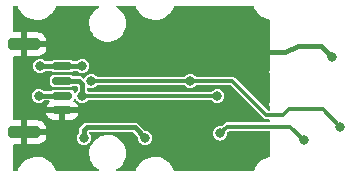
<source format=gbr>
G04 #@! TF.GenerationSoftware,KiCad,Pcbnew,6.0.2-378541a8eb~116~ubuntu20.04.1*
G04 #@! TF.CreationDate,2022-03-14T00:42:53+01:00*
G04 #@! TF.ProjectId,TFHT01B,54464854-3031-4422-9e6b-696361645f70,REV*
G04 #@! TF.SameCoordinates,PX78dfd90PY8290510*
G04 #@! TF.FileFunction,Copper,L1,Top*
G04 #@! TF.FilePolarity,Positive*
%FSLAX46Y46*%
G04 Gerber Fmt 4.6, Leading zero omitted, Abs format (unit mm)*
G04 Created by KiCad (PCBNEW 6.0.2-378541a8eb~116~ubuntu20.04.1) date 2022-03-14 00:42:53*
%MOMM*%
%LPD*%
G01*
G04 APERTURE LIST*
G04 Aperture macros list*
%AMRoundRect*
0 Rectangle with rounded corners*
0 $1 Rounding radius*
0 $2 $3 $4 $5 $6 $7 $8 $9 X,Y pos of 4 corners*
0 Add a 4 corners polygon primitive as box body*
4,1,4,$2,$3,$4,$5,$6,$7,$8,$9,$2,$3,0*
0 Add four circle primitives for the rounded corners*
1,1,$1+$1,$2,$3*
1,1,$1+$1,$4,$5*
1,1,$1+$1,$6,$7*
1,1,$1+$1,$8,$9*
0 Add four rect primitives between the rounded corners*
20,1,$1+$1,$2,$3,$4,$5,0*
20,1,$1+$1,$4,$5,$6,$7,0*
20,1,$1+$1,$6,$7,$8,$9,0*
20,1,$1+$1,$8,$9,$2,$3,0*%
G04 Aperture macros list end*
G04 #@! TA.AperFunction,SMDPad,CuDef*
%ADD10RoundRect,0.150000X-0.700000X0.150000X-0.700000X-0.150000X0.700000X-0.150000X0.700000X0.150000X0*%
G04 #@! TD*
G04 #@! TA.AperFunction,SMDPad,CuDef*
%ADD11RoundRect,0.250000X-1.100000X0.250000X-1.100000X-0.250000X1.100000X-0.250000X1.100000X0.250000X0*%
G04 #@! TD*
G04 #@! TA.AperFunction,ViaPad*
%ADD12C,0.800000*%
G04 #@! TD*
G04 #@! TA.AperFunction,Conductor*
%ADD13C,0.400000*%
G04 #@! TD*
G04 #@! TA.AperFunction,Conductor*
%ADD14C,0.300000*%
G04 #@! TD*
G04 APERTURE END LIST*
D10*
G04 #@! TO.P,J2,1*
G04 #@! TO.N,+5V*
X-122096000Y146281000D03*
G04 #@! TO.P,J2,2*
G04 #@! TO.N,/SCL*
X-122096000Y145031000D03*
G04 #@! TO.P,J2,3*
G04 #@! TO.N,/SDA*
X-122096000Y143781000D03*
G04 #@! TO.P,J2,4*
G04 #@! TO.N,GND*
X-122096000Y142531000D03*
D11*
G04 #@! TO.P,J2,MP*
X-125296000Y148131000D03*
X-125296000Y140681000D03*
G04 #@! TD*
D12*
G04 #@! TO.N,GND*
X-122555000Y141224000D03*
X-125603000Y149733000D03*
X-107315000Y150876000D03*
X-113792000Y141351000D03*
X-107442000Y146431000D03*
X-106426000Y149606000D03*
X-109728000Y149606000D03*
X-110490000Y140462000D03*
X-122809000Y148971000D03*
X-124587000Y149733000D03*
X-123571000Y149733000D03*
X-107823000Y149606000D03*
X-125603000Y142367000D03*
X-125603000Y139192000D03*
X-111379000Y138176000D03*
X-111633000Y149606000D03*
X-111633000Y150876000D03*
X-125095000Y146685000D03*
X-108712000Y150876000D03*
X-123317000Y139192000D03*
X-110109000Y150876000D03*
X-122555000Y140081000D03*
X-125730000Y145796000D03*
X-124460000Y139192000D03*
X-105156000Y149606000D03*
X-121666000Y147574000D03*
X-110109000Y146431000D03*
X-125730000Y144653000D03*
X-105029000Y146431000D03*
X-99250000Y147050000D03*
X-105283000Y139192000D03*
X-106172000Y146431000D03*
X-125730000Y143510000D03*
X-122682000Y147574000D03*
G04 #@! TO.N,Net-(D3-Pad1)*
X-120269000Y140208000D03*
X-115062000Y140208000D03*
G04 #@! TO.N,+5V*
X-123952000Y146304000D03*
X-120396000Y146304000D03*
G04 #@! TO.N,/SDA*
X-124079000Y143764000D03*
X-119634000Y145034000D03*
X-111252000Y145034000D03*
X-98550000Y141150000D03*
G04 #@! TO.N,/SCL*
X-120396000Y143764000D03*
X-108966000Y143764000D03*
G04 #@! TO.N,Net-(JP1-Pad2)*
X-101600000Y140000000D03*
X-108712000Y140589000D03*
G04 #@! TD*
D13*
G04 #@! TO.N,GND*
X-100200000Y148000000D02*
X-99250000Y147050000D01*
X-106172000Y146431000D02*
X-106172000Y147447000D01*
X-106172000Y147447000D02*
X-103253000Y147447000D01*
X-103253000Y147447000D02*
X-102100000Y148000000D01*
X-102100000Y148000000D02*
X-100200000Y148000000D01*
G04 #@! TO.N,Net-(D3-Pad1)*
X-120015000Y141097000D02*
X-120269000Y140843000D01*
X-115951000Y141097000D02*
X-120015000Y141097000D01*
X-120269000Y140843000D02*
X-120269000Y140208000D01*
X-115062000Y140208000D02*
X-115951000Y141097000D01*
G04 #@! TO.N,+5V*
X-122119000Y146304000D02*
X-122096000Y146281000D01*
X-120419000Y146281000D02*
X-120396000Y146304000D01*
X-122096000Y146281000D02*
X-120419000Y146281000D01*
X-123952000Y146304000D02*
X-122119000Y146304000D01*
D14*
G04 #@! TO.N,/SDA*
X-104250000Y142150000D02*
X-104812000Y142150000D01*
X-102875000Y142650000D02*
X-100050000Y142650000D01*
X-111252000Y145034000D02*
X-119634000Y145034000D01*
D13*
X-122096000Y143781000D02*
X-124062000Y143781000D01*
D14*
X-100050000Y142650000D02*
X-98550000Y141150000D01*
D13*
X-124062000Y143781000D02*
X-124079000Y143764000D01*
D14*
X-107696000Y145034000D02*
X-111252000Y145034000D01*
X-104812000Y142150000D02*
X-107696000Y145034000D01*
X-104250000Y142150000D02*
X-103375000Y142150000D01*
X-103375000Y142150000D02*
X-102875000Y142650000D01*
D13*
G04 #@! TO.N,/SCL*
X-120647000Y145031000D02*
X-120396000Y144780000D01*
D14*
X-108966000Y143764000D02*
X-120396000Y143764000D01*
D13*
X-120396000Y144780000D02*
X-120396000Y143764000D01*
X-122096000Y145031000D02*
X-120647000Y145031000D01*
D14*
G04 #@! TO.N,Net-(JP1-Pad2)*
X-108712000Y140589000D02*
X-108127800Y141173200D01*
X-102773200Y141173200D02*
X-101600000Y140000000D01*
X-108127800Y141173200D02*
X-102773200Y141173200D01*
G04 #@! TD*
G04 #@! TA.AperFunction,Conductor*
G04 #@! TO.N,GND*
G36*
X-125877634Y151388687D02*
G01*
X-125855127Y151355787D01*
X-125824914Y151266784D01*
X-125814759Y151236867D01*
X-125813464Y151234374D01*
X-125732810Y151079110D01*
X-125695495Y151007275D01*
X-125693842Y151005013D01*
X-125693840Y151005009D01*
X-125588404Y150860685D01*
X-125542875Y150798364D01*
X-125540896Y150796375D01*
X-125414058Y150668871D01*
X-125360411Y150614942D01*
X-125152302Y150461230D01*
X-125127572Y150448219D01*
X-124925830Y150342077D01*
X-124925823Y150342074D01*
X-124923337Y150340766D01*
X-124678785Y150256321D01*
X-124676024Y150255817D01*
X-124676021Y150255816D01*
X-124581705Y150238591D01*
X-124424274Y150209839D01*
X-124421912Y150209715D01*
X-124421910Y150209715D01*
X-124342442Y150205550D01*
X-124342428Y150205550D01*
X-124341481Y150205500D01*
X-124180218Y150205500D01*
X-124107941Y150210998D01*
X-123990818Y150219907D01*
X-123990812Y150219908D01*
X-123988024Y150220120D01*
X-123735985Y150278539D01*
X-123733378Y150279579D01*
X-123733372Y150279581D01*
X-123498290Y150373369D01*
X-123498284Y150373372D01*
X-123495682Y150374410D01*
X-123493263Y150375832D01*
X-123493259Y150375834D01*
X-123275071Y150504101D01*
X-123275067Y150504104D01*
X-123272646Y150505527D01*
X-123072009Y150668871D01*
X-122898387Y150860685D01*
X-122896837Y150863031D01*
X-122896834Y150863035D01*
X-122757333Y151074199D01*
X-122757332Y151074200D01*
X-122755778Y151076553D01*
X-122722100Y151149605D01*
X-122648636Y151308962D01*
X-122648635Y151308964D01*
X-122647462Y151311509D01*
X-122646686Y151314206D01*
X-122646682Y151314217D01*
X-122635680Y151352459D01*
X-122605892Y151393385D01*
X-122564565Y151406000D01*
X-119030163Y151406000D01*
X-118982597Y151388687D01*
X-118957287Y151344850D01*
X-118966077Y151295000D01*
X-118990730Y151269382D01*
X-119177808Y151151573D01*
X-119180040Y151149605D01*
X-119344052Y151005009D01*
X-119364965Y150986572D01*
X-119366854Y150984272D01*
X-119521447Y150796068D01*
X-119521450Y150796063D01*
X-119523334Y150793770D01*
X-119648840Y150578128D01*
X-119649902Y150575361D01*
X-119649905Y150575355D01*
X-119726494Y150375834D01*
X-119738255Y150345195D01*
X-119738862Y150342288D01*
X-119788671Y150103869D01*
X-119788672Y150103863D01*
X-119789278Y150100961D01*
X-119789412Y150098000D01*
X-119789413Y150097996D01*
X-119792429Y150031565D01*
X-119800596Y149851712D01*
X-119800255Y149848766D01*
X-119800255Y149848763D01*
X-119792362Y149780543D01*
X-119771919Y149603860D01*
X-119703983Y149363781D01*
X-119598538Y149137652D01*
X-119596872Y149135201D01*
X-119596870Y149135197D01*
X-119505393Y149000594D01*
X-119458294Y148931290D01*
X-119456253Y148929132D01*
X-119456250Y148929128D01*
X-119389059Y148858076D01*
X-119286862Y148750006D01*
X-119088651Y148598462D01*
X-119086038Y148597061D01*
X-119086032Y148597057D01*
X-118981314Y148540908D01*
X-118868761Y148480557D01*
X-118865944Y148479587D01*
X-118635661Y148400294D01*
X-118635654Y148400292D01*
X-118632848Y148399326D01*
X-118386983Y148356858D01*
X-118384666Y148356753D01*
X-118384659Y148356752D01*
X-118367580Y148355977D01*
X-118357078Y148355500D01*
X-118183309Y148355500D01*
X-118181835Y148355619D01*
X-118181825Y148355619D01*
X-118067545Y148364814D01*
X-117997298Y148370466D01*
X-117754994Y148429982D01*
X-117632529Y148481965D01*
X-117528067Y148526306D01*
X-117528064Y148526307D01*
X-117525323Y148527471D01*
X-117314192Y148660427D01*
X-117214626Y148748206D01*
X-117129267Y148823460D01*
X-117129266Y148823462D01*
X-117127035Y148825428D01*
X-117040079Y148931290D01*
X-116970553Y149015932D01*
X-116970550Y149015937D01*
X-116968666Y149018230D01*
X-116843160Y149233872D01*
X-116842098Y149236639D01*
X-116842095Y149236645D01*
X-116754809Y149464033D01*
X-116754809Y149464034D01*
X-116753745Y149466805D01*
X-116717573Y149639949D01*
X-116703329Y149708131D01*
X-116703328Y149708137D01*
X-116702722Y149711039D01*
X-116691404Y149960288D01*
X-116720081Y150208140D01*
X-116788017Y150448219D01*
X-116893462Y150674348D01*
X-116976183Y150796068D01*
X-117032033Y150878249D01*
X-117032036Y150878253D01*
X-117033706Y150880710D01*
X-117035747Y150882868D01*
X-117035750Y150882872D01*
X-117203100Y151059839D01*
X-117203101Y151059840D01*
X-117205138Y151061994D01*
X-117403349Y151213538D01*
X-117502652Y151266785D01*
X-117536391Y151304519D01*
X-117537981Y151355113D01*
X-117506678Y151394892D01*
X-117467683Y151406000D01*
X-115925200Y151406000D01*
X-115877634Y151388687D01*
X-115855127Y151355787D01*
X-115824914Y151266784D01*
X-115814759Y151236867D01*
X-115813464Y151234374D01*
X-115732810Y151079110D01*
X-115695495Y151007275D01*
X-115693842Y151005013D01*
X-115693840Y151005009D01*
X-115588404Y150860685D01*
X-115542875Y150798364D01*
X-115540896Y150796375D01*
X-115414058Y150668871D01*
X-115360411Y150614942D01*
X-115152302Y150461230D01*
X-115127572Y150448219D01*
X-114925830Y150342077D01*
X-114925823Y150342074D01*
X-114923337Y150340766D01*
X-114678785Y150256321D01*
X-114676024Y150255817D01*
X-114676021Y150255816D01*
X-114581705Y150238591D01*
X-114424274Y150209839D01*
X-114421912Y150209715D01*
X-114421910Y150209715D01*
X-114342442Y150205550D01*
X-114342428Y150205550D01*
X-114341481Y150205500D01*
X-114180218Y150205500D01*
X-114107941Y150210998D01*
X-113990818Y150219907D01*
X-113990812Y150219908D01*
X-113988024Y150220120D01*
X-113735985Y150278539D01*
X-113733378Y150279579D01*
X-113733372Y150279581D01*
X-113498290Y150373369D01*
X-113498284Y150373372D01*
X-113495682Y150374410D01*
X-113493263Y150375832D01*
X-113493259Y150375834D01*
X-113275071Y150504101D01*
X-113275067Y150504104D01*
X-113272646Y150505527D01*
X-113072009Y150668871D01*
X-112898387Y150860685D01*
X-112896837Y150863031D01*
X-112896834Y150863035D01*
X-112757333Y151074199D01*
X-112757332Y151074200D01*
X-112755778Y151076553D01*
X-112722100Y151149605D01*
X-112648636Y151308962D01*
X-112648635Y151308964D01*
X-112647462Y151311509D01*
X-112646686Y151314206D01*
X-112646682Y151314217D01*
X-112635680Y151352459D01*
X-112605892Y151393385D01*
X-112564565Y151406000D01*
X-105925200Y151406000D01*
X-105877634Y151388687D01*
X-105855127Y151355787D01*
X-105824914Y151266784D01*
X-105814759Y151236867D01*
X-105813464Y151234374D01*
X-105732810Y151079110D01*
X-105695495Y151007275D01*
X-105693842Y151005013D01*
X-105693840Y151005009D01*
X-105588404Y150860685D01*
X-105542875Y150798364D01*
X-105540896Y150796375D01*
X-105414058Y150668871D01*
X-105360411Y150614942D01*
X-105152302Y150461230D01*
X-105127572Y150448219D01*
X-104925830Y150342077D01*
X-104925823Y150342074D01*
X-104923337Y150340766D01*
X-104678785Y150256321D01*
X-104676024Y150255817D01*
X-104676021Y150255816D01*
X-104581705Y150238591D01*
X-104538023Y150213014D01*
X-104521000Y150165795D01*
X-104521000Y145995463D01*
X-104525288Y145970640D01*
X-104530281Y145956618D01*
X-104551545Y145778291D01*
X-104532773Y145599684D01*
X-104531442Y145595775D01*
X-104531441Y145595769D01*
X-104524948Y145576697D01*
X-104521000Y145552850D01*
X-104521000Y143262130D01*
X-104525288Y143237307D01*
X-104530281Y143223285D01*
X-104551545Y143044958D01*
X-104532773Y142866351D01*
X-104531442Y142862442D01*
X-104531441Y142862436D01*
X-104524948Y142843364D01*
X-104521000Y142819517D01*
X-104521000Y142574500D01*
X-104538313Y142526934D01*
X-104582150Y142501624D01*
X-104595000Y142500500D01*
X-104636166Y142500500D01*
X-104683732Y142517813D01*
X-104688492Y142522174D01*
X-107416134Y145249816D01*
X-107425975Y145262002D01*
X-107429855Y145268011D01*
X-107429857Y145268013D01*
X-107433175Y145273152D01*
X-107459486Y145293894D01*
X-107465999Y145299681D01*
X-107468746Y145302428D01*
X-107471224Y145304199D01*
X-107471229Y145304203D01*
X-107484080Y145313386D01*
X-107486843Y145315460D01*
X-107524811Y145345392D01*
X-107530580Y145347418D01*
X-107531617Y145347988D01*
X-107532320Y145348430D01*
X-107532860Y145348711D01*
X-107533617Y145349028D01*
X-107534693Y145349555D01*
X-107539669Y145353111D01*
X-107585977Y145366960D01*
X-107589293Y145368037D01*
X-107604955Y145373537D01*
X-107634906Y145384055D01*
X-107640044Y145384500D01*
X-107641381Y145384500D01*
X-107645912Y145384884D01*
X-107651464Y145386544D01*
X-107657574Y145386304D01*
X-107657575Y145386304D01*
X-107702037Y145384557D01*
X-107704942Y145384500D01*
X-110727542Y145384500D01*
X-110775108Y145401813D01*
X-110786250Y145413452D01*
X-110788700Y145416646D01*
X-110823718Y145462282D01*
X-110897650Y145519012D01*
X-110945311Y145555584D01*
X-110945315Y145555586D01*
X-110949159Y145558536D01*
X-111095238Y145619044D01*
X-111100040Y145619676D01*
X-111100043Y145619677D01*
X-111247192Y145639049D01*
X-111252000Y145639682D01*
X-111256808Y145639049D01*
X-111403957Y145619677D01*
X-111403960Y145619676D01*
X-111408762Y145619044D01*
X-111554841Y145558536D01*
X-111558685Y145555586D01*
X-111558689Y145555584D01*
X-111606350Y145519012D01*
X-111680282Y145462282D01*
X-111715299Y145416646D01*
X-111717750Y145413452D01*
X-111760441Y145386254D01*
X-111776458Y145384500D01*
X-119109542Y145384500D01*
X-119157108Y145401813D01*
X-119168250Y145413452D01*
X-119170700Y145416646D01*
X-119205718Y145462282D01*
X-119279650Y145519012D01*
X-119327311Y145555584D01*
X-119327315Y145555586D01*
X-119331159Y145558536D01*
X-119477238Y145619044D01*
X-119482040Y145619676D01*
X-119482043Y145619677D01*
X-119629192Y145639049D01*
X-119634000Y145639682D01*
X-119638808Y145639049D01*
X-119785957Y145619677D01*
X-119785960Y145619676D01*
X-119790762Y145619044D01*
X-119936841Y145558536D01*
X-119940685Y145555586D01*
X-119940689Y145555584D01*
X-119988350Y145519012D01*
X-120062282Y145462282D01*
X-120065237Y145458431D01*
X-120155584Y145340689D01*
X-120155586Y145340685D01*
X-120158536Y145336841D01*
X-120160390Y145332366D01*
X-120160393Y145332360D01*
X-120182908Y145278002D01*
X-120217105Y145240681D01*
X-120267291Y145234074D01*
X-120303601Y145253994D01*
X-120386091Y145336484D01*
X-120386095Y145336487D01*
X-120408658Y145359050D01*
X-120413847Y145361694D01*
X-120431902Y145370894D01*
X-120441802Y145376961D01*
X-120458196Y145388872D01*
X-120458201Y145388874D01*
X-120462910Y145392296D01*
X-120468448Y145394095D01*
X-120468449Y145394096D01*
X-120487722Y145400358D01*
X-120498450Y145404802D01*
X-120516503Y145414000D01*
X-120521696Y145416646D01*
X-120539912Y145419531D01*
X-120547463Y145420727D01*
X-120558754Y145423438D01*
X-120578026Y145429700D01*
X-120578029Y145429700D01*
X-120583567Y145431500D01*
X-121120175Y145431500D01*
X-121167741Y145448813D01*
X-121172455Y145453128D01*
X-121185321Y145465972D01*
X-121185322Y145465973D01*
X-121189650Y145470293D01*
X-121195147Y145472980D01*
X-121289318Y145519012D01*
X-121289319Y145519012D01*
X-121294482Y145521536D01*
X-121362782Y145531500D01*
X-122829218Y145531500D01*
X-122831901Y145531105D01*
X-122892423Y145522196D01*
X-122892426Y145522195D01*
X-122898112Y145521358D01*
X-122903272Y145518825D01*
X-122903274Y145518824D01*
X-122949117Y145496316D01*
X-123002855Y145469932D01*
X-123007176Y145465603D01*
X-123007178Y145465602D01*
X-123072308Y145400358D01*
X-123085293Y145387350D01*
X-123087980Y145381853D01*
X-123121447Y145313386D01*
X-123136536Y145282518D01*
X-123146500Y145214218D01*
X-123146500Y144847782D01*
X-123146105Y144845099D01*
X-123137196Y144784577D01*
X-123137195Y144784574D01*
X-123136358Y144778888D01*
X-123084932Y144674145D01*
X-123080603Y144669824D01*
X-123080602Y144669822D01*
X-123006679Y144596028D01*
X-123002350Y144591707D01*
X-122996853Y144589020D01*
X-122903066Y144543176D01*
X-122897518Y144540464D01*
X-122829218Y144530500D01*
X-121362782Y144530500D01*
X-121356637Y144531405D01*
X-121299577Y144539804D01*
X-121299574Y144539805D01*
X-121293888Y144540642D01*
X-121288728Y144543175D01*
X-121288726Y144543176D01*
X-121242883Y144565684D01*
X-121189145Y144592068D01*
X-121184821Y144596400D01*
X-121184819Y144596401D01*
X-121172461Y144608780D01*
X-121126604Y144630213D01*
X-121120090Y144630500D01*
X-120870500Y144630500D01*
X-120822934Y144613187D01*
X-120797624Y144569350D01*
X-120796500Y144556500D01*
X-120796500Y144249821D01*
X-120813813Y144202255D01*
X-120818172Y144197497D01*
X-120820434Y144195234D01*
X-120824282Y144192282D01*
X-120827236Y144188432D01*
X-120917584Y144070689D01*
X-120917586Y144070685D01*
X-120920536Y144066841D01*
X-120922391Y144062362D01*
X-120922392Y144062360D01*
X-120927292Y144050531D01*
X-120961489Y144013211D01*
X-121011675Y144006603D01*
X-121054367Y144033800D01*
X-121062085Y144046235D01*
X-121074091Y144070689D01*
X-121107068Y144137855D01*
X-121111397Y144142176D01*
X-121111398Y144142178D01*
X-121185321Y144215972D01*
X-121185323Y144215973D01*
X-121189650Y144220293D01*
X-121195147Y144222980D01*
X-121289318Y144269012D01*
X-121289319Y144269012D01*
X-121294482Y144271536D01*
X-121362782Y144281500D01*
X-122829218Y144281500D01*
X-122831901Y144281105D01*
X-122892423Y144272196D01*
X-122892426Y144272195D01*
X-122898112Y144271358D01*
X-122903272Y144268825D01*
X-122903274Y144268824D01*
X-122941978Y144249821D01*
X-123002855Y144219932D01*
X-123007179Y144215600D01*
X-123007181Y144215599D01*
X-123019539Y144203220D01*
X-123065396Y144181787D01*
X-123071910Y144181500D01*
X-123611548Y144181500D01*
X-123656596Y144196792D01*
X-123657514Y144197497D01*
X-123776159Y144288536D01*
X-123922238Y144349044D01*
X-123927040Y144349676D01*
X-123927043Y144349677D01*
X-124074192Y144369049D01*
X-124079000Y144369682D01*
X-124083808Y144369049D01*
X-124230957Y144349677D01*
X-124230960Y144349676D01*
X-124235762Y144349044D01*
X-124381841Y144288536D01*
X-124385685Y144285586D01*
X-124385689Y144285584D01*
X-124471248Y144219932D01*
X-124507282Y144192282D01*
X-124510236Y144188432D01*
X-124510237Y144188431D01*
X-124600584Y144070689D01*
X-124600586Y144070685D01*
X-124603536Y144066841D01*
X-124664044Y143920762D01*
X-124664676Y143915960D01*
X-124664677Y143915957D01*
X-124676667Y143824880D01*
X-124684682Y143764000D01*
X-124684049Y143759192D01*
X-124671464Y143663602D01*
X-124664044Y143607238D01*
X-124603536Y143461159D01*
X-124600586Y143457315D01*
X-124600584Y143457311D01*
X-124528360Y143363187D01*
X-124507282Y143335718D01*
X-124503431Y143332763D01*
X-124385689Y143242416D01*
X-124385685Y143242414D01*
X-124381841Y143239464D01*
X-124235762Y143178956D01*
X-124230960Y143178324D01*
X-124230957Y143178323D01*
X-124083808Y143158951D01*
X-124079000Y143158318D01*
X-124074192Y143158951D01*
X-123927043Y143178323D01*
X-123927040Y143178324D01*
X-123922238Y143178956D01*
X-123776159Y143239464D01*
X-123772315Y143242414D01*
X-123772311Y143242416D01*
X-123654569Y143332763D01*
X-123650718Y143335718D01*
X-123638570Y143351549D01*
X-123595879Y143378746D01*
X-123579863Y143380500D01*
X-123176335Y143380500D01*
X-123128769Y143363187D01*
X-123103459Y143319350D01*
X-123112249Y143269500D01*
X-123138666Y143242805D01*
X-123198489Y143207426D01*
X-123205791Y143201762D01*
X-123316762Y143090791D01*
X-123322426Y143083489D01*
X-123402313Y142948407D01*
X-123405980Y142939932D01*
X-123447353Y142797529D01*
X-123446648Y142786917D01*
X-123445474Y142785693D01*
X-123442498Y142785000D01*
X-120754055Y142785000D01*
X-120744059Y142788638D01*
X-120743212Y142790106D01*
X-120743377Y142793159D01*
X-120786020Y142939932D01*
X-120789687Y142948407D01*
X-120869574Y143083489D01*
X-120875238Y143090791D01*
X-120986209Y143201762D01*
X-120993511Y143207426D01*
X-121118995Y143281636D01*
X-121151124Y143320751D01*
X-121150595Y143371367D01*
X-121133698Y143397610D01*
X-121111031Y143420317D01*
X-121111027Y143420322D01*
X-121106707Y143424650D01*
X-121069803Y143500148D01*
X-121033362Y143535277D01*
X-120982863Y143538765D01*
X-120941937Y143508976D01*
X-120934955Y143495969D01*
X-120920536Y143461159D01*
X-120917586Y143457315D01*
X-120917584Y143457311D01*
X-120845360Y143363187D01*
X-120824282Y143335718D01*
X-120820431Y143332763D01*
X-120702689Y143242416D01*
X-120702685Y143242414D01*
X-120698841Y143239464D01*
X-120552762Y143178956D01*
X-120547960Y143178324D01*
X-120547957Y143178323D01*
X-120400808Y143158951D01*
X-120396000Y143158318D01*
X-120391192Y143158951D01*
X-120244043Y143178323D01*
X-120244040Y143178324D01*
X-120239238Y143178956D01*
X-120093159Y143239464D01*
X-120089315Y143242414D01*
X-120089311Y143242416D01*
X-119971569Y143332763D01*
X-119967718Y143335718D01*
X-119930249Y143384549D01*
X-119887559Y143411746D01*
X-119871542Y143413500D01*
X-109490458Y143413500D01*
X-109442892Y143396187D01*
X-109431752Y143384550D01*
X-109394282Y143335718D01*
X-109390431Y143332763D01*
X-109272689Y143242416D01*
X-109272685Y143242414D01*
X-109268841Y143239464D01*
X-109122762Y143178956D01*
X-109117960Y143178324D01*
X-109117957Y143178323D01*
X-108970808Y143158951D01*
X-108966000Y143158318D01*
X-108961192Y143158951D01*
X-108814043Y143178323D01*
X-108814040Y143178324D01*
X-108809238Y143178956D01*
X-108663159Y143239464D01*
X-108659315Y143242414D01*
X-108659311Y143242416D01*
X-108541569Y143332763D01*
X-108537718Y143335718D01*
X-108516640Y143363187D01*
X-108444416Y143457311D01*
X-108444414Y143457315D01*
X-108441464Y143461159D01*
X-108380956Y143607238D01*
X-108373535Y143663602D01*
X-108360951Y143759192D01*
X-108360318Y143764000D01*
X-108368333Y143824880D01*
X-108380323Y143915957D01*
X-108380324Y143915960D01*
X-108380956Y143920762D01*
X-108441464Y144066841D01*
X-108444414Y144070685D01*
X-108444416Y144070689D01*
X-108534763Y144188431D01*
X-108534764Y144188432D01*
X-108537718Y144192282D01*
X-108573752Y144219932D01*
X-108659311Y144285584D01*
X-108659315Y144285586D01*
X-108663159Y144288536D01*
X-108809238Y144349044D01*
X-108814040Y144349676D01*
X-108814043Y144349677D01*
X-108961192Y144369049D01*
X-108966000Y144369682D01*
X-108970808Y144369049D01*
X-109117957Y144349677D01*
X-109117960Y144349676D01*
X-109122762Y144349044D01*
X-109268841Y144288536D01*
X-109272685Y144285586D01*
X-109272689Y144285584D01*
X-109358248Y144219932D01*
X-109394282Y144192282D01*
X-109397236Y144188432D01*
X-109397237Y144188431D01*
X-109431750Y144143452D01*
X-109474441Y144116254D01*
X-109490458Y144114500D01*
X-119871542Y144114500D01*
X-119919108Y144131813D01*
X-119930250Y144143452D01*
X-119964764Y144188432D01*
X-119967718Y144192282D01*
X-119971566Y144195234D01*
X-119973828Y144197497D01*
X-119995219Y144243374D01*
X-119995500Y144249821D01*
X-119995500Y144423012D01*
X-119978187Y144470578D01*
X-119934350Y144495888D01*
X-119893182Y144491379D01*
X-119795243Y144450812D01*
X-119790762Y144448956D01*
X-119785960Y144448324D01*
X-119785957Y144448323D01*
X-119638808Y144428951D01*
X-119634000Y144428318D01*
X-119629192Y144428951D01*
X-119482043Y144448323D01*
X-119482040Y144448324D01*
X-119477238Y144448956D01*
X-119331159Y144509464D01*
X-119327315Y144512414D01*
X-119327311Y144512416D01*
X-119209569Y144602763D01*
X-119205718Y144605718D01*
X-119168249Y144654549D01*
X-119125559Y144681746D01*
X-119109542Y144683500D01*
X-111776458Y144683500D01*
X-111728892Y144666187D01*
X-111717752Y144654550D01*
X-111680282Y144605718D01*
X-111676431Y144602763D01*
X-111558689Y144512416D01*
X-111558685Y144512414D01*
X-111554841Y144509464D01*
X-111408762Y144448956D01*
X-111403960Y144448324D01*
X-111403957Y144448323D01*
X-111256808Y144428951D01*
X-111252000Y144428318D01*
X-111247192Y144428951D01*
X-111100043Y144448323D01*
X-111100040Y144448324D01*
X-111095238Y144448956D01*
X-110949159Y144509464D01*
X-110945315Y144512414D01*
X-110945311Y144512416D01*
X-110827569Y144602763D01*
X-110823718Y144605718D01*
X-110786249Y144654549D01*
X-110743559Y144681746D01*
X-110727542Y144683500D01*
X-107871834Y144683500D01*
X-107824268Y144666187D01*
X-107819508Y144661826D01*
X-105091868Y141934187D01*
X-105082027Y141922001D01*
X-105078145Y141915989D01*
X-105074825Y141910848D01*
X-105070023Y141907062D01*
X-105070019Y141907058D01*
X-105048505Y141890098D01*
X-105041992Y141884311D01*
X-105039253Y141881572D01*
X-105036773Y141879800D01*
X-105036771Y141879798D01*
X-105023932Y141870623D01*
X-105021170Y141868550D01*
X-104983189Y141838608D01*
X-104977419Y141836582D01*
X-104976383Y141836012D01*
X-104975680Y141835570D01*
X-104975140Y141835289D01*
X-104974383Y141834972D01*
X-104973307Y141834445D01*
X-104968331Y141830889D01*
X-104962469Y141829136D01*
X-104922023Y141817040D01*
X-104918707Y141815963D01*
X-104911374Y141813388D01*
X-104873094Y141799945D01*
X-104867956Y141799500D01*
X-104866619Y141799500D01*
X-104862088Y141799116D01*
X-104856536Y141797456D01*
X-104850426Y141797696D01*
X-104850425Y141797696D01*
X-104805963Y141799443D01*
X-104803058Y141799500D01*
X-104595000Y141799500D01*
X-104547434Y141782187D01*
X-104522124Y141738350D01*
X-104521000Y141725500D01*
X-104521000Y141597700D01*
X-104538313Y141550134D01*
X-104582150Y141524824D01*
X-104595000Y141523700D01*
X-108082508Y141523700D01*
X-108098082Y141525358D01*
X-108111060Y141528152D01*
X-108117135Y141527433D01*
X-108117136Y141527433D01*
X-108144341Y141524213D01*
X-108153039Y141523700D01*
X-108156915Y141523700D01*
X-108174494Y141520774D01*
X-108175485Y141520609D01*
X-108178934Y141520118D01*
X-108226938Y141514437D01*
X-108232452Y141511789D01*
X-108233594Y141511457D01*
X-108234392Y141511275D01*
X-108234990Y141511086D01*
X-108235752Y141510774D01*
X-108236867Y141510392D01*
X-108242903Y141509388D01*
X-108248285Y141506484D01*
X-108285444Y141486434D01*
X-108288539Y141484857D01*
X-108332126Y141463927D01*
X-108336074Y141460608D01*
X-108337019Y141459663D01*
X-108340493Y141456730D01*
X-108345594Y141453978D01*
X-108349748Y141449484D01*
X-108379940Y141416823D01*
X-108381954Y141414728D01*
X-108588993Y141207689D01*
X-108634869Y141186297D01*
X-108650975Y141186648D01*
X-108712000Y141194682D01*
X-108716808Y141194049D01*
X-108863957Y141174677D01*
X-108863960Y141174676D01*
X-108868762Y141174044D01*
X-109014841Y141113536D01*
X-109018685Y141110586D01*
X-109018689Y141110584D01*
X-109121357Y141031804D01*
X-109140282Y141017282D01*
X-109143237Y141013431D01*
X-109233584Y140895689D01*
X-109233586Y140895685D01*
X-109236536Y140891841D01*
X-109297044Y140745762D01*
X-109297676Y140740960D01*
X-109297677Y140740957D01*
X-109311068Y140639237D01*
X-109317682Y140589000D01*
X-109317049Y140584192D01*
X-109298174Y140440825D01*
X-109297044Y140432238D01*
X-109236536Y140286159D01*
X-109233586Y140282315D01*
X-109233584Y140282311D01*
X-109143237Y140164569D01*
X-109140282Y140160718D01*
X-109136431Y140157763D01*
X-109018689Y140067416D01*
X-109018685Y140067414D01*
X-109014841Y140064464D01*
X-108868762Y140003956D01*
X-108863960Y140003324D01*
X-108863957Y140003323D01*
X-108716808Y139983951D01*
X-108712000Y139983318D01*
X-108707192Y139983951D01*
X-108560043Y140003323D01*
X-108560040Y140003324D01*
X-108555238Y140003956D01*
X-108409159Y140064464D01*
X-108405315Y140067414D01*
X-108405311Y140067416D01*
X-108287569Y140157763D01*
X-108283718Y140160718D01*
X-108280763Y140164569D01*
X-108190416Y140282311D01*
X-108190414Y140282315D01*
X-108187464Y140286159D01*
X-108126956Y140432238D01*
X-108125825Y140440825D01*
X-108106951Y140584192D01*
X-108106318Y140589000D01*
X-108114352Y140650023D01*
X-108103396Y140699441D01*
X-108093311Y140712007D01*
X-108004292Y140801026D01*
X-107958416Y140822418D01*
X-107951966Y140822700D01*
X-104595000Y140822700D01*
X-104547434Y140805387D01*
X-104522124Y140761550D01*
X-104521000Y140748700D01*
X-104521000Y138646744D01*
X-104538313Y138599178D01*
X-104578291Y138574655D01*
X-104660159Y138555679D01*
X-104756015Y138533461D01*
X-104758622Y138532421D01*
X-104758628Y138532419D01*
X-104993710Y138438631D01*
X-104993716Y138438628D01*
X-104996318Y138437590D01*
X-104998737Y138436168D01*
X-104998741Y138436166D01*
X-105216929Y138307899D01*
X-105216933Y138307896D01*
X-105219354Y138306473D01*
X-105419991Y138143129D01*
X-105593613Y137951315D01*
X-105595163Y137948969D01*
X-105595166Y137948965D01*
X-105676778Y137825428D01*
X-105736222Y137735447D01*
X-105737400Y137732892D01*
X-105737401Y137732890D01*
X-105810128Y137575133D01*
X-105844538Y137500491D01*
X-105845314Y137497794D01*
X-105845318Y137497783D01*
X-105856320Y137459541D01*
X-105886108Y137418615D01*
X-105927435Y137406000D01*
X-112566800Y137406000D01*
X-112614366Y137423313D01*
X-112636873Y137456213D01*
X-112676338Y137572473D01*
X-112676338Y137572474D01*
X-112677241Y137575133D01*
X-112690296Y137600265D01*
X-112795212Y137802236D01*
X-112795212Y137802237D01*
X-112796505Y137804725D01*
X-112810191Y137823460D01*
X-112947468Y138011368D01*
X-112947469Y138011369D01*
X-112949125Y138013636D01*
X-113075167Y138140340D01*
X-113129607Y138195066D01*
X-113129610Y138195068D01*
X-113131589Y138197058D01*
X-113339698Y138350770D01*
X-113386213Y138375242D01*
X-113566170Y138469923D01*
X-113566177Y138469926D01*
X-113568663Y138471234D01*
X-113813215Y138555679D01*
X-113815976Y138556183D01*
X-113815979Y138556184D01*
X-113920226Y138575223D01*
X-114067726Y138602161D01*
X-114070088Y138602285D01*
X-114070090Y138602285D01*
X-114149558Y138606450D01*
X-114149572Y138606450D01*
X-114150519Y138606500D01*
X-114311782Y138606500D01*
X-114383247Y138601064D01*
X-114501182Y138592093D01*
X-114501188Y138592092D01*
X-114503976Y138591880D01*
X-114756015Y138533461D01*
X-114758622Y138532421D01*
X-114758628Y138532419D01*
X-114993710Y138438631D01*
X-114993716Y138438628D01*
X-114996318Y138437590D01*
X-114998737Y138436168D01*
X-114998741Y138436166D01*
X-115216929Y138307899D01*
X-115216933Y138307896D01*
X-115219354Y138306473D01*
X-115419991Y138143129D01*
X-115593613Y137951315D01*
X-115595163Y137948969D01*
X-115595166Y137948965D01*
X-115676778Y137825428D01*
X-115736222Y137735447D01*
X-115737400Y137732892D01*
X-115737401Y137732890D01*
X-115810128Y137575133D01*
X-115844538Y137500491D01*
X-115845314Y137497794D01*
X-115845318Y137497783D01*
X-115856320Y137459541D01*
X-115886108Y137418615D01*
X-115927435Y137406000D01*
X-117461837Y137406000D01*
X-117509403Y137423313D01*
X-117534713Y137467150D01*
X-117525923Y137517000D01*
X-117501270Y137542618D01*
X-117414820Y137597058D01*
X-117314192Y137660427D01*
X-117214626Y137748206D01*
X-117129267Y137823460D01*
X-117129266Y137823462D01*
X-117127035Y137825428D01*
X-117040079Y137931290D01*
X-116970553Y138015932D01*
X-116970550Y138015937D01*
X-116968666Y138018230D01*
X-116843160Y138233872D01*
X-116842098Y138236639D01*
X-116842095Y138236645D01*
X-116754809Y138464033D01*
X-116754809Y138464034D01*
X-116753745Y138466805D01*
X-116727748Y138591247D01*
X-116703329Y138708131D01*
X-116703328Y138708137D01*
X-116702722Y138711039D01*
X-116702010Y138726703D01*
X-116691539Y138957321D01*
X-116691404Y138960288D01*
X-116697159Y139010033D01*
X-116719740Y139205192D01*
X-116720081Y139208140D01*
X-116788017Y139448219D01*
X-116893462Y139674348D01*
X-116895130Y139676803D01*
X-117032033Y139878249D01*
X-117032036Y139878253D01*
X-117033706Y139880710D01*
X-117035747Y139882868D01*
X-117035750Y139882872D01*
X-117203100Y140059839D01*
X-117203101Y140059840D01*
X-117205138Y140061994D01*
X-117403349Y140213538D01*
X-117405962Y140214939D01*
X-117405968Y140214943D01*
X-117547139Y140290638D01*
X-117623239Y140331443D01*
X-117626056Y140332413D01*
X-117856339Y140411706D01*
X-117856346Y140411708D01*
X-117859152Y140412674D01*
X-118105017Y140455142D01*
X-118107334Y140455247D01*
X-118107341Y140455248D01*
X-118124420Y140456023D01*
X-118134922Y140456500D01*
X-118308691Y140456500D01*
X-118310165Y140456381D01*
X-118310175Y140456381D01*
X-118424455Y140447186D01*
X-118494702Y140441534D01*
X-118737006Y140382018D01*
X-118851841Y140333274D01*
X-118963933Y140285694D01*
X-118963936Y140285693D01*
X-118966677Y140284529D01*
X-118969197Y140282942D01*
X-118969199Y140282941D01*
X-118992401Y140268330D01*
X-119177808Y140151573D01*
X-119180040Y140149605D01*
X-119279415Y140061994D01*
X-119364965Y139986572D01*
X-119366854Y139984272D01*
X-119521447Y139796068D01*
X-119521450Y139796063D01*
X-119523334Y139793770D01*
X-119648840Y139578128D01*
X-119649902Y139575361D01*
X-119649905Y139575355D01*
X-119722224Y139386957D01*
X-119738255Y139345195D01*
X-119738862Y139342288D01*
X-119788671Y139103869D01*
X-119788672Y139103863D01*
X-119789278Y139100961D01*
X-119800596Y138851712D01*
X-119771919Y138603860D01*
X-119703983Y138363781D01*
X-119598538Y138137652D01*
X-119596872Y138135201D01*
X-119596870Y138135197D01*
X-119471903Y137951315D01*
X-119458294Y137931290D01*
X-119456253Y137929132D01*
X-119456250Y137929128D01*
X-119360360Y137827728D01*
X-119286862Y137750006D01*
X-119088651Y137598462D01*
X-119040182Y137572473D01*
X-118989348Y137545216D01*
X-118955609Y137507481D01*
X-118954019Y137456887D01*
X-118985322Y137417108D01*
X-119024317Y137406000D01*
X-122566800Y137406000D01*
X-122614366Y137423313D01*
X-122636873Y137456213D01*
X-122676338Y137572473D01*
X-122676338Y137572474D01*
X-122677241Y137575133D01*
X-122690296Y137600265D01*
X-122795212Y137802236D01*
X-122795212Y137802237D01*
X-122796505Y137804725D01*
X-122810191Y137823460D01*
X-122947468Y138011368D01*
X-122947469Y138011369D01*
X-122949125Y138013636D01*
X-123075167Y138140340D01*
X-123129607Y138195066D01*
X-123129610Y138195068D01*
X-123131589Y138197058D01*
X-123339698Y138350770D01*
X-123386213Y138375242D01*
X-123566170Y138469923D01*
X-123566177Y138469926D01*
X-123568663Y138471234D01*
X-123813215Y138555679D01*
X-123815976Y138556183D01*
X-123815979Y138556184D01*
X-123920226Y138575223D01*
X-124067726Y138602161D01*
X-124070088Y138602285D01*
X-124070090Y138602285D01*
X-124149558Y138606450D01*
X-124149572Y138606450D01*
X-124150519Y138606500D01*
X-124311782Y138606500D01*
X-124383247Y138601064D01*
X-124501182Y138592093D01*
X-124501188Y138592092D01*
X-124503976Y138591880D01*
X-124756015Y138533461D01*
X-124758622Y138532421D01*
X-124758628Y138532419D01*
X-124993710Y138438631D01*
X-124993716Y138438628D01*
X-124996318Y138437590D01*
X-124998737Y138436168D01*
X-124998741Y138436166D01*
X-125216929Y138307899D01*
X-125216933Y138307896D01*
X-125219354Y138306473D01*
X-125419991Y138143129D01*
X-125593613Y137951315D01*
X-125595163Y137948969D01*
X-125595166Y137948965D01*
X-125676778Y137825428D01*
X-125736222Y137735447D01*
X-125737400Y137732892D01*
X-125737401Y137732890D01*
X-125810128Y137575133D01*
X-125844538Y137500491D01*
X-125845314Y137497794D01*
X-125845318Y137497783D01*
X-125856320Y137459541D01*
X-125886108Y137418615D01*
X-125927435Y137406000D01*
X-126172000Y137406000D01*
X-126219566Y137423313D01*
X-126244876Y137467150D01*
X-126246000Y137480000D01*
X-126246000Y139599000D01*
X-126228687Y139646566D01*
X-126184850Y139671876D01*
X-126172000Y139673000D01*
X-125563048Y139673000D01*
X-125553052Y139676638D01*
X-125550000Y139681925D01*
X-125550000Y139686049D01*
X-125042000Y139686049D01*
X-125038362Y139676053D01*
X-125033075Y139673001D01*
X-124147546Y139673001D01*
X-124143741Y139673198D01*
X-124043966Y139683550D01*
X-124036092Y139685251D01*
X-123876350Y139738544D01*
X-123868611Y139742169D01*
X-123725623Y139830653D01*
X-123718924Y139835964D01*
X-123600132Y139954962D01*
X-123594832Y139961672D01*
X-123506597Y140104816D01*
X-123502989Y140112555D01*
X-123471331Y140208000D01*
X-120874682Y140208000D01*
X-120874049Y140203192D01*
X-120855176Y140059839D01*
X-120854044Y140051238D01*
X-120793536Y139905159D01*
X-120790586Y139901315D01*
X-120790584Y139901311D01*
X-120706092Y139791199D01*
X-120697282Y139779718D01*
X-120693431Y139776763D01*
X-120575689Y139686416D01*
X-120575685Y139686414D01*
X-120571841Y139683464D01*
X-120425762Y139622956D01*
X-120420960Y139622324D01*
X-120420957Y139622323D01*
X-120273808Y139602951D01*
X-120269000Y139602318D01*
X-120264192Y139602951D01*
X-120117043Y139622323D01*
X-120117040Y139622324D01*
X-120112238Y139622956D01*
X-119966159Y139683464D01*
X-119962315Y139686414D01*
X-119962311Y139686416D01*
X-119844569Y139776763D01*
X-119840718Y139779718D01*
X-119831908Y139791199D01*
X-119747416Y139901311D01*
X-119747414Y139901315D01*
X-119744464Y139905159D01*
X-119683956Y140051238D01*
X-119682823Y140059839D01*
X-119663951Y140203192D01*
X-119663318Y140208000D01*
X-119668639Y140248421D01*
X-119683323Y140359957D01*
X-119683324Y140359960D01*
X-119683956Y140364762D01*
X-119744464Y140510841D01*
X-119747414Y140514685D01*
X-119747416Y140514689D01*
X-119795576Y140577452D01*
X-119810798Y140625728D01*
X-119791426Y140672494D01*
X-119746527Y140695867D01*
X-119736868Y140696500D01*
X-116147545Y140696500D01*
X-116099979Y140679187D01*
X-116095219Y140674826D01*
X-115688723Y140268330D01*
X-115667331Y140222454D01*
X-115667049Y140216004D01*
X-115667049Y140212808D01*
X-115667682Y140208000D01*
X-115667049Y140203192D01*
X-115648176Y140059839D01*
X-115647044Y140051238D01*
X-115586536Y139905159D01*
X-115583586Y139901315D01*
X-115583584Y139901311D01*
X-115499092Y139791199D01*
X-115490282Y139779718D01*
X-115486431Y139776763D01*
X-115368689Y139686416D01*
X-115368685Y139686414D01*
X-115364841Y139683464D01*
X-115218762Y139622956D01*
X-115213960Y139622324D01*
X-115213957Y139622323D01*
X-115066808Y139602951D01*
X-115062000Y139602318D01*
X-115057192Y139602951D01*
X-114910043Y139622323D01*
X-114910040Y139622324D01*
X-114905238Y139622956D01*
X-114759159Y139683464D01*
X-114755315Y139686414D01*
X-114755311Y139686416D01*
X-114637569Y139776763D01*
X-114633718Y139779718D01*
X-114624908Y139791199D01*
X-114540416Y139901311D01*
X-114540414Y139901315D01*
X-114537464Y139905159D01*
X-114476956Y140051238D01*
X-114475823Y140059839D01*
X-114456951Y140203192D01*
X-114456318Y140208000D01*
X-114461639Y140248421D01*
X-114476323Y140359957D01*
X-114476324Y140359960D01*
X-114476956Y140364762D01*
X-114537464Y140510841D01*
X-114540414Y140514685D01*
X-114540416Y140514689D01*
X-114630763Y140632431D01*
X-114630764Y140632432D01*
X-114633718Y140636282D01*
X-114661500Y140657600D01*
X-114755311Y140729584D01*
X-114755315Y140729586D01*
X-114759159Y140732536D01*
X-114905238Y140793044D01*
X-114910040Y140793676D01*
X-114910043Y140793677D01*
X-115057192Y140813049D01*
X-115062000Y140813682D01*
X-115066808Y140813049D01*
X-115070004Y140813049D01*
X-115117570Y140830362D01*
X-115122330Y140834723D01*
X-115690090Y141402483D01*
X-115690099Y141402491D01*
X-115712658Y141425050D01*
X-115717847Y141427694D01*
X-115735902Y141436894D01*
X-115745802Y141442961D01*
X-115762196Y141454872D01*
X-115762201Y141454874D01*
X-115766910Y141458296D01*
X-115772448Y141460095D01*
X-115772449Y141460096D01*
X-115791722Y141466358D01*
X-115802450Y141470802D01*
X-115820503Y141480000D01*
X-115825696Y141482646D01*
X-115844417Y141485611D01*
X-115851463Y141486727D01*
X-115862754Y141489438D01*
X-115882026Y141495700D01*
X-115882029Y141495700D01*
X-115887567Y141497500D01*
X-120046519Y141497500D01*
X-120046523Y141497499D01*
X-120078433Y141497499D01*
X-120083972Y141495699D01*
X-120083974Y141495699D01*
X-120093606Y141492569D01*
X-120103243Y141489438D01*
X-120114527Y141486729D01*
X-120140304Y141482646D01*
X-120145497Y141480000D01*
X-120163552Y141470801D01*
X-120174280Y141466357D01*
X-120199090Y141458296D01*
X-120216019Y141445996D01*
X-120220197Y141442961D01*
X-120230094Y141436895D01*
X-120253342Y141425050D01*
X-120275909Y141402483D01*
X-120574484Y141103909D01*
X-120574487Y141103905D01*
X-120597050Y141081342D01*
X-120599694Y141076154D01*
X-120599694Y141076153D01*
X-120608894Y141058098D01*
X-120614961Y141048198D01*
X-120626872Y141031804D01*
X-120626874Y141031799D01*
X-120630296Y141027090D01*
X-120632095Y141021552D01*
X-120632096Y141021551D01*
X-120638358Y141002278D01*
X-120642802Y140991550D01*
X-120647026Y140983259D01*
X-120654646Y140968304D01*
X-120655557Y140962551D01*
X-120658727Y140942537D01*
X-120661438Y140931246D01*
X-120667700Y140911974D01*
X-120669500Y140906433D01*
X-120669500Y140693821D01*
X-120686813Y140646255D01*
X-120691172Y140641497D01*
X-120693434Y140639234D01*
X-120697282Y140636282D01*
X-120700236Y140632432D01*
X-120790584Y140514689D01*
X-120790586Y140514685D01*
X-120793536Y140510841D01*
X-120854044Y140364762D01*
X-120854676Y140359960D01*
X-120854677Y140359957D01*
X-120869361Y140248421D01*
X-120874682Y140208000D01*
X-123471331Y140208000D01*
X-123449969Y140272402D01*
X-123448284Y140280263D01*
X-123438193Y140378758D01*
X-123438000Y140382529D01*
X-123438000Y140413952D01*
X-123441638Y140423948D01*
X-123446925Y140427000D01*
X-125028952Y140427000D01*
X-125038948Y140423362D01*
X-125042000Y140418075D01*
X-125042000Y139686049D01*
X-125550000Y139686049D01*
X-125550000Y140948048D01*
X-125042000Y140948048D01*
X-125038362Y140938052D01*
X-125033075Y140935000D01*
X-123451049Y140935000D01*
X-123441053Y140938638D01*
X-123438001Y140943925D01*
X-123438001Y140979454D01*
X-123438198Y140983259D01*
X-123448550Y141083034D01*
X-123450251Y141090908D01*
X-123503544Y141250650D01*
X-123507169Y141258389D01*
X-123595653Y141401377D01*
X-123600964Y141408076D01*
X-123719962Y141526868D01*
X-123726672Y141532168D01*
X-123869816Y141620403D01*
X-123877555Y141624011D01*
X-124037402Y141677031D01*
X-124045263Y141678716D01*
X-124143758Y141688807D01*
X-124147529Y141689000D01*
X-125028952Y141689000D01*
X-125038948Y141685362D01*
X-125042000Y141680075D01*
X-125042000Y140948048D01*
X-125550000Y140948048D01*
X-125550000Y141675951D01*
X-125553638Y141685947D01*
X-125558925Y141688999D01*
X-126172000Y141688999D01*
X-126219566Y141706312D01*
X-126244876Y141750149D01*
X-126246000Y141762999D01*
X-126246000Y142271894D01*
X-123448788Y142271894D01*
X-123448623Y142268841D01*
X-123405980Y142122068D01*
X-123402313Y142113593D01*
X-123322426Y141978511D01*
X-123316762Y141971209D01*
X-123205791Y141860238D01*
X-123198489Y141854574D01*
X-123063407Y141774687D01*
X-123054932Y141771020D01*
X-122903379Y141726989D01*
X-122895985Y141725639D01*
X-122863904Y141723114D01*
X-122861005Y141723000D01*
X-122363048Y141723000D01*
X-122353052Y141726638D01*
X-122350000Y141731925D01*
X-122350000Y141736049D01*
X-121842000Y141736049D01*
X-121838362Y141726053D01*
X-121833075Y141723001D01*
X-121330998Y141723001D01*
X-121328093Y141723115D01*
X-121296022Y141725638D01*
X-121288616Y141726990D01*
X-121137068Y141771020D01*
X-121128593Y141774687D01*
X-120993511Y141854574D01*
X-120986209Y141860238D01*
X-120875238Y141971209D01*
X-120869574Y141978511D01*
X-120789687Y142113593D01*
X-120786020Y142122068D01*
X-120744647Y142264471D01*
X-120745352Y142275083D01*
X-120746526Y142276307D01*
X-120749502Y142277000D01*
X-121828952Y142277000D01*
X-121838948Y142273362D01*
X-121842000Y142268075D01*
X-121842000Y141736049D01*
X-122350000Y141736049D01*
X-122350000Y142263952D01*
X-122353638Y142273948D01*
X-122358925Y142277000D01*
X-123437945Y142277000D01*
X-123447941Y142273362D01*
X-123448788Y142271894D01*
X-126246000Y142271894D01*
X-126246000Y146304000D01*
X-124557682Y146304000D01*
X-124537044Y146147238D01*
X-124476536Y146001159D01*
X-124473586Y145997315D01*
X-124473584Y145997311D01*
X-124445353Y145960520D01*
X-124380282Y145875718D01*
X-124376432Y145872764D01*
X-124376431Y145872763D01*
X-124258689Y145782416D01*
X-124258685Y145782414D01*
X-124254841Y145779464D01*
X-124108762Y145718956D01*
X-124103960Y145718324D01*
X-124103957Y145718323D01*
X-123956808Y145698951D01*
X-123952000Y145698318D01*
X-123947192Y145698951D01*
X-123800043Y145718323D01*
X-123800040Y145718324D01*
X-123795238Y145718956D01*
X-123649159Y145779464D01*
X-123645315Y145782414D01*
X-123645311Y145782416D01*
X-123527568Y145872764D01*
X-123523718Y145875718D01*
X-123520766Y145879566D01*
X-123518503Y145881828D01*
X-123472626Y145903219D01*
X-123466179Y145903500D01*
X-123094865Y145903500D01*
X-123047299Y145886187D01*
X-123042585Y145881871D01*
X-123006682Y145846031D01*
X-123002350Y145841707D01*
X-122996853Y145839020D01*
X-122903066Y145793176D01*
X-122897518Y145790464D01*
X-122829218Y145780500D01*
X-121362782Y145780500D01*
X-121349875Y145782400D01*
X-121299577Y145789804D01*
X-121299574Y145789805D01*
X-121293888Y145790642D01*
X-121288728Y145793175D01*
X-121288726Y145793176D01*
X-121242883Y145815684D01*
X-121189145Y145842068D01*
X-121184821Y145846400D01*
X-121184819Y145846401D01*
X-121172461Y145858780D01*
X-121126604Y145880213D01*
X-121120090Y145880500D01*
X-120855633Y145880500D01*
X-120810585Y145865208D01*
X-120702689Y145782416D01*
X-120702685Y145782414D01*
X-120698841Y145779464D01*
X-120552762Y145718956D01*
X-120547960Y145718324D01*
X-120547957Y145718323D01*
X-120400808Y145698951D01*
X-120396000Y145698318D01*
X-120391192Y145698951D01*
X-120244043Y145718323D01*
X-120244040Y145718324D01*
X-120239238Y145718956D01*
X-120093159Y145779464D01*
X-120089315Y145782414D01*
X-120089311Y145782416D01*
X-119971569Y145872763D01*
X-119971568Y145872764D01*
X-119967718Y145875718D01*
X-119902647Y145960520D01*
X-119874416Y145997311D01*
X-119874414Y145997315D01*
X-119871464Y146001159D01*
X-119810956Y146147238D01*
X-119790318Y146304000D01*
X-119810956Y146460762D01*
X-119871464Y146606841D01*
X-119874414Y146610685D01*
X-119874416Y146610689D01*
X-119964763Y146728431D01*
X-119967718Y146732282D01*
X-119971569Y146735237D01*
X-120089311Y146825584D01*
X-120089315Y146825586D01*
X-120093159Y146828536D01*
X-120239238Y146889044D01*
X-120244040Y146889676D01*
X-120244043Y146889677D01*
X-120391192Y146909049D01*
X-120396000Y146909682D01*
X-120400808Y146909049D01*
X-120547957Y146889677D01*
X-120547960Y146889676D01*
X-120552762Y146889044D01*
X-120698841Y146828536D01*
X-120702685Y146825586D01*
X-120702689Y146825584D01*
X-120820431Y146735237D01*
X-120824282Y146732282D01*
X-120836797Y146715972D01*
X-120841033Y146710451D01*
X-120883725Y146683254D01*
X-120899741Y146681500D01*
X-121120175Y146681500D01*
X-121167741Y146698813D01*
X-121172455Y146703128D01*
X-121185321Y146715972D01*
X-121185322Y146715973D01*
X-121189650Y146720293D01*
X-121220222Y146735237D01*
X-121289318Y146769012D01*
X-121289319Y146769012D01*
X-121294482Y146771536D01*
X-121362782Y146781500D01*
X-122829218Y146781500D01*
X-122831901Y146781105D01*
X-122892423Y146772196D01*
X-122892426Y146772195D01*
X-122898112Y146771358D01*
X-122903272Y146768825D01*
X-122903274Y146768824D01*
X-122949117Y146746316D01*
X-123002855Y146719932D01*
X-123004967Y146717816D01*
X-123046444Y146704500D01*
X-123466179Y146704500D01*
X-123513745Y146721813D01*
X-123518503Y146726172D01*
X-123520766Y146728434D01*
X-123523718Y146732282D01*
X-123554838Y146756161D01*
X-123645311Y146825584D01*
X-123645315Y146825586D01*
X-123649159Y146828536D01*
X-123795238Y146889044D01*
X-123800040Y146889676D01*
X-123800043Y146889677D01*
X-123947192Y146909049D01*
X-123952000Y146909682D01*
X-123956808Y146909049D01*
X-124103957Y146889677D01*
X-124103960Y146889676D01*
X-124108762Y146889044D01*
X-124254841Y146828536D01*
X-124258685Y146825586D01*
X-124258689Y146825584D01*
X-124376431Y146735237D01*
X-124380282Y146732282D01*
X-124383237Y146728431D01*
X-124473584Y146610689D01*
X-124473586Y146610685D01*
X-124476536Y146606841D01*
X-124537044Y146460762D01*
X-124557682Y146304000D01*
X-126246000Y146304000D01*
X-126246000Y147049000D01*
X-126228687Y147096566D01*
X-126184850Y147121876D01*
X-126172000Y147123000D01*
X-125563048Y147123000D01*
X-125553052Y147126638D01*
X-125550000Y147131925D01*
X-125550000Y147136049D01*
X-125042000Y147136049D01*
X-125038362Y147126053D01*
X-125033075Y147123001D01*
X-124147546Y147123001D01*
X-124143741Y147123198D01*
X-124043966Y147133550D01*
X-124036092Y147135251D01*
X-123876350Y147188544D01*
X-123868611Y147192169D01*
X-123725623Y147280653D01*
X-123718924Y147285964D01*
X-123600132Y147404962D01*
X-123594832Y147411672D01*
X-123506597Y147554816D01*
X-123502989Y147562555D01*
X-123449969Y147722402D01*
X-123448284Y147730263D01*
X-123438193Y147828758D01*
X-123438000Y147832529D01*
X-123438000Y147863952D01*
X-123441638Y147873948D01*
X-123446925Y147877000D01*
X-125028952Y147877000D01*
X-125038948Y147873362D01*
X-125042000Y147868075D01*
X-125042000Y147136049D01*
X-125550000Y147136049D01*
X-125550000Y148398048D01*
X-125042000Y148398048D01*
X-125038362Y148388052D01*
X-125033075Y148385000D01*
X-123451049Y148385000D01*
X-123441053Y148388638D01*
X-123438001Y148393925D01*
X-123438001Y148429454D01*
X-123438198Y148433259D01*
X-123448550Y148533034D01*
X-123450251Y148540908D01*
X-123503544Y148700650D01*
X-123507169Y148708389D01*
X-123595653Y148851377D01*
X-123600964Y148858076D01*
X-123719962Y148976868D01*
X-123726672Y148982168D01*
X-123869816Y149070403D01*
X-123877555Y149074011D01*
X-124037402Y149127031D01*
X-124045263Y149128716D01*
X-124143758Y149138807D01*
X-124147529Y149139000D01*
X-125028952Y149139000D01*
X-125038948Y149135362D01*
X-125042000Y149130075D01*
X-125042000Y148398048D01*
X-125550000Y148398048D01*
X-125550000Y149125951D01*
X-125553638Y149135947D01*
X-125558925Y149138999D01*
X-126172000Y149138999D01*
X-126219566Y149156312D01*
X-126244876Y149200149D01*
X-126246000Y149212999D01*
X-126246000Y151332000D01*
X-126228687Y151379566D01*
X-126184850Y151404876D01*
X-126172000Y151406000D01*
X-125925200Y151406000D01*
X-125877634Y151388687D01*
G37*
G04 #@! TD.AperFunction*
G04 #@! TD*
M02*

</source>
